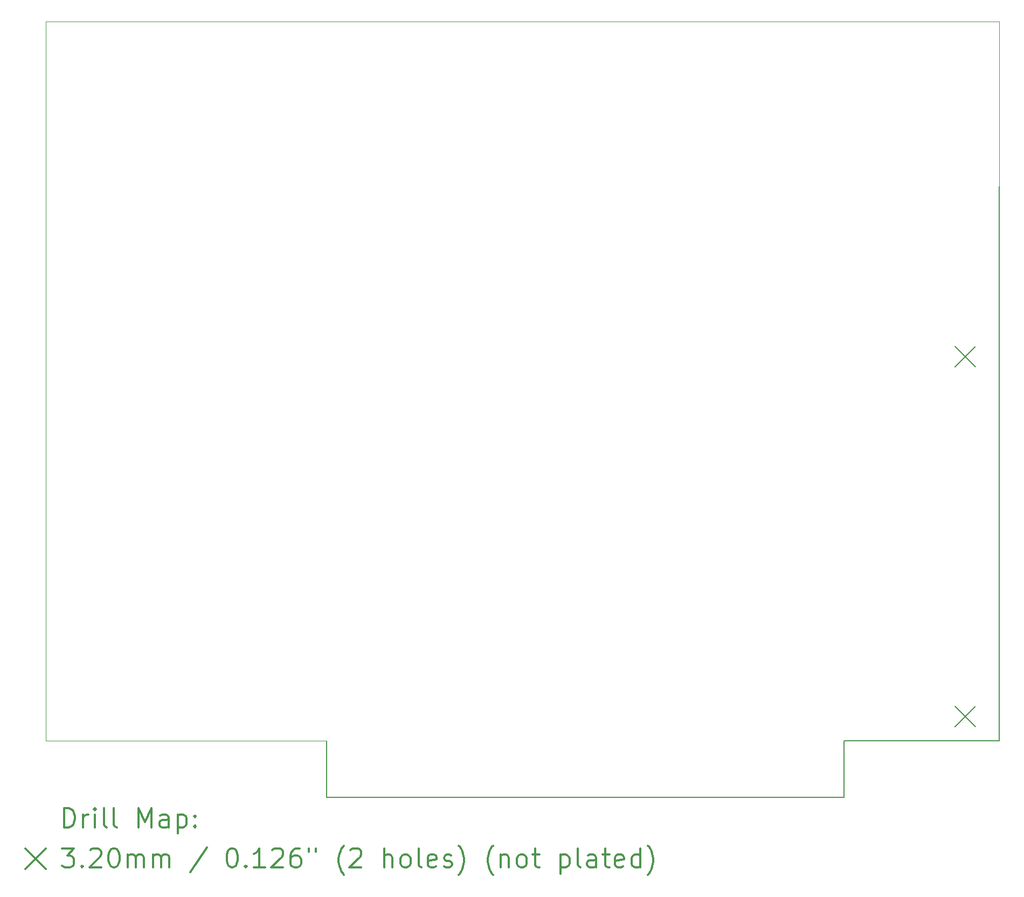
<source format=gbr>
%FSLAX45Y45*%
G04 Gerber Fmt 4.5, Leading zero omitted, Abs format (unit mm)*
G04 Created by KiCad (PCBNEW (5.1.6)-1) date 2022-09-06 14:02:30*
%MOMM*%
%LPD*%
G01*
G04 APERTURE LIST*
%TA.AperFunction,Profile*%
%ADD10C,0.100000*%
%TD*%
%TA.AperFunction,Profile*%
%ADD11C,0.150000*%
%TD*%
%ADD12C,0.200000*%
%ADD13C,0.300000*%
G04 APERTURE END LIST*
D10*
X21755100Y-3581400D02*
X6781800Y-3581400D01*
X6781800Y-14884400D02*
X6781800Y-3581400D01*
X11188700Y-14884400D02*
X6781800Y-14884400D01*
X21755100Y-6172200D02*
X21755100Y-3581400D01*
D11*
X19316700Y-15773400D02*
X11188700Y-15773400D01*
X19316700Y-15773400D02*
X19316700Y-14884400D01*
X19316700Y-14884400D02*
X21755100Y-14884400D01*
X11188700Y-15773400D02*
X11188700Y-14884400D01*
X21755100Y-14884400D02*
X21755100Y-6172200D01*
D12*
X21061700Y-14343400D02*
X21381700Y-14663400D01*
X21381700Y-14343400D02*
X21061700Y-14663400D01*
X21061700Y-8691900D02*
X21381700Y-9011900D01*
X21381700Y-8691900D02*
X21061700Y-9011900D01*
D13*
X7063228Y-16246614D02*
X7063228Y-15946614D01*
X7134657Y-15946614D01*
X7177514Y-15960900D01*
X7206086Y-15989471D01*
X7220371Y-16018043D01*
X7234657Y-16075186D01*
X7234657Y-16118043D01*
X7220371Y-16175186D01*
X7206086Y-16203757D01*
X7177514Y-16232329D01*
X7134657Y-16246614D01*
X7063228Y-16246614D01*
X7363228Y-16246614D02*
X7363228Y-16046614D01*
X7363228Y-16103757D02*
X7377514Y-16075186D01*
X7391800Y-16060900D01*
X7420371Y-16046614D01*
X7448943Y-16046614D01*
X7548943Y-16246614D02*
X7548943Y-16046614D01*
X7548943Y-15946614D02*
X7534657Y-15960900D01*
X7548943Y-15975186D01*
X7563228Y-15960900D01*
X7548943Y-15946614D01*
X7548943Y-15975186D01*
X7734657Y-16246614D02*
X7706086Y-16232329D01*
X7691800Y-16203757D01*
X7691800Y-15946614D01*
X7891800Y-16246614D02*
X7863228Y-16232329D01*
X7848943Y-16203757D01*
X7848943Y-15946614D01*
X8234657Y-16246614D02*
X8234657Y-15946614D01*
X8334657Y-16160900D01*
X8434657Y-15946614D01*
X8434657Y-16246614D01*
X8706086Y-16246614D02*
X8706086Y-16089471D01*
X8691800Y-16060900D01*
X8663228Y-16046614D01*
X8606086Y-16046614D01*
X8577514Y-16060900D01*
X8706086Y-16232329D02*
X8677514Y-16246614D01*
X8606086Y-16246614D01*
X8577514Y-16232329D01*
X8563228Y-16203757D01*
X8563228Y-16175186D01*
X8577514Y-16146614D01*
X8606086Y-16132329D01*
X8677514Y-16132329D01*
X8706086Y-16118043D01*
X8848943Y-16046614D02*
X8848943Y-16346614D01*
X8848943Y-16060900D02*
X8877514Y-16046614D01*
X8934657Y-16046614D01*
X8963228Y-16060900D01*
X8977514Y-16075186D01*
X8991800Y-16103757D01*
X8991800Y-16189471D01*
X8977514Y-16218043D01*
X8963228Y-16232329D01*
X8934657Y-16246614D01*
X8877514Y-16246614D01*
X8848943Y-16232329D01*
X9120371Y-16218043D02*
X9134657Y-16232329D01*
X9120371Y-16246614D01*
X9106086Y-16232329D01*
X9120371Y-16218043D01*
X9120371Y-16246614D01*
X9120371Y-16060900D02*
X9134657Y-16075186D01*
X9120371Y-16089471D01*
X9106086Y-16075186D01*
X9120371Y-16060900D01*
X9120371Y-16089471D01*
X6456800Y-16580900D02*
X6776800Y-16900900D01*
X6776800Y-16580900D02*
X6456800Y-16900900D01*
X7034657Y-16576614D02*
X7220371Y-16576614D01*
X7120371Y-16690900D01*
X7163228Y-16690900D01*
X7191800Y-16705186D01*
X7206086Y-16719471D01*
X7220371Y-16748043D01*
X7220371Y-16819472D01*
X7206086Y-16848043D01*
X7191800Y-16862329D01*
X7163228Y-16876614D01*
X7077514Y-16876614D01*
X7048943Y-16862329D01*
X7034657Y-16848043D01*
X7348943Y-16848043D02*
X7363228Y-16862329D01*
X7348943Y-16876614D01*
X7334657Y-16862329D01*
X7348943Y-16848043D01*
X7348943Y-16876614D01*
X7477514Y-16605186D02*
X7491800Y-16590900D01*
X7520371Y-16576614D01*
X7591800Y-16576614D01*
X7620371Y-16590900D01*
X7634657Y-16605186D01*
X7648943Y-16633757D01*
X7648943Y-16662329D01*
X7634657Y-16705186D01*
X7463228Y-16876614D01*
X7648943Y-16876614D01*
X7834657Y-16576614D02*
X7863228Y-16576614D01*
X7891800Y-16590900D01*
X7906086Y-16605186D01*
X7920371Y-16633757D01*
X7934657Y-16690900D01*
X7934657Y-16762329D01*
X7920371Y-16819472D01*
X7906086Y-16848043D01*
X7891800Y-16862329D01*
X7863228Y-16876614D01*
X7834657Y-16876614D01*
X7806086Y-16862329D01*
X7791800Y-16848043D01*
X7777514Y-16819472D01*
X7763228Y-16762329D01*
X7763228Y-16690900D01*
X7777514Y-16633757D01*
X7791800Y-16605186D01*
X7806086Y-16590900D01*
X7834657Y-16576614D01*
X8063228Y-16876614D02*
X8063228Y-16676614D01*
X8063228Y-16705186D02*
X8077514Y-16690900D01*
X8106086Y-16676614D01*
X8148943Y-16676614D01*
X8177514Y-16690900D01*
X8191800Y-16719471D01*
X8191800Y-16876614D01*
X8191800Y-16719471D02*
X8206086Y-16690900D01*
X8234657Y-16676614D01*
X8277514Y-16676614D01*
X8306086Y-16690900D01*
X8320371Y-16719471D01*
X8320371Y-16876614D01*
X8463228Y-16876614D02*
X8463228Y-16676614D01*
X8463228Y-16705186D02*
X8477514Y-16690900D01*
X8506086Y-16676614D01*
X8548943Y-16676614D01*
X8577514Y-16690900D01*
X8591800Y-16719471D01*
X8591800Y-16876614D01*
X8591800Y-16719471D02*
X8606086Y-16690900D01*
X8634657Y-16676614D01*
X8677514Y-16676614D01*
X8706086Y-16690900D01*
X8720371Y-16719471D01*
X8720371Y-16876614D01*
X9306086Y-16562329D02*
X9048943Y-16948043D01*
X9691800Y-16576614D02*
X9720371Y-16576614D01*
X9748943Y-16590900D01*
X9763228Y-16605186D01*
X9777514Y-16633757D01*
X9791800Y-16690900D01*
X9791800Y-16762329D01*
X9777514Y-16819472D01*
X9763228Y-16848043D01*
X9748943Y-16862329D01*
X9720371Y-16876614D01*
X9691800Y-16876614D01*
X9663228Y-16862329D01*
X9648943Y-16848043D01*
X9634657Y-16819472D01*
X9620371Y-16762329D01*
X9620371Y-16690900D01*
X9634657Y-16633757D01*
X9648943Y-16605186D01*
X9663228Y-16590900D01*
X9691800Y-16576614D01*
X9920371Y-16848043D02*
X9934657Y-16862329D01*
X9920371Y-16876614D01*
X9906086Y-16862329D01*
X9920371Y-16848043D01*
X9920371Y-16876614D01*
X10220371Y-16876614D02*
X10048943Y-16876614D01*
X10134657Y-16876614D02*
X10134657Y-16576614D01*
X10106086Y-16619471D01*
X10077514Y-16648043D01*
X10048943Y-16662329D01*
X10334657Y-16605186D02*
X10348943Y-16590900D01*
X10377514Y-16576614D01*
X10448943Y-16576614D01*
X10477514Y-16590900D01*
X10491800Y-16605186D01*
X10506086Y-16633757D01*
X10506086Y-16662329D01*
X10491800Y-16705186D01*
X10320371Y-16876614D01*
X10506086Y-16876614D01*
X10763228Y-16576614D02*
X10706086Y-16576614D01*
X10677514Y-16590900D01*
X10663228Y-16605186D01*
X10634657Y-16648043D01*
X10620371Y-16705186D01*
X10620371Y-16819472D01*
X10634657Y-16848043D01*
X10648943Y-16862329D01*
X10677514Y-16876614D01*
X10734657Y-16876614D01*
X10763228Y-16862329D01*
X10777514Y-16848043D01*
X10791800Y-16819472D01*
X10791800Y-16748043D01*
X10777514Y-16719471D01*
X10763228Y-16705186D01*
X10734657Y-16690900D01*
X10677514Y-16690900D01*
X10648943Y-16705186D01*
X10634657Y-16719471D01*
X10620371Y-16748043D01*
X10906086Y-16576614D02*
X10906086Y-16633757D01*
X11020371Y-16576614D02*
X11020371Y-16633757D01*
X11463228Y-16990900D02*
X11448943Y-16976614D01*
X11420371Y-16933757D01*
X11406086Y-16905186D01*
X11391800Y-16862329D01*
X11377514Y-16790900D01*
X11377514Y-16733757D01*
X11391800Y-16662329D01*
X11406086Y-16619471D01*
X11420371Y-16590900D01*
X11448943Y-16548043D01*
X11463228Y-16533757D01*
X11563228Y-16605186D02*
X11577514Y-16590900D01*
X11606086Y-16576614D01*
X11677514Y-16576614D01*
X11706086Y-16590900D01*
X11720371Y-16605186D01*
X11734657Y-16633757D01*
X11734657Y-16662329D01*
X11720371Y-16705186D01*
X11548943Y-16876614D01*
X11734657Y-16876614D01*
X12091800Y-16876614D02*
X12091800Y-16576614D01*
X12220371Y-16876614D02*
X12220371Y-16719471D01*
X12206086Y-16690900D01*
X12177514Y-16676614D01*
X12134657Y-16676614D01*
X12106086Y-16690900D01*
X12091800Y-16705186D01*
X12406086Y-16876614D02*
X12377514Y-16862329D01*
X12363228Y-16848043D01*
X12348943Y-16819472D01*
X12348943Y-16733757D01*
X12363228Y-16705186D01*
X12377514Y-16690900D01*
X12406086Y-16676614D01*
X12448943Y-16676614D01*
X12477514Y-16690900D01*
X12491800Y-16705186D01*
X12506086Y-16733757D01*
X12506086Y-16819472D01*
X12491800Y-16848043D01*
X12477514Y-16862329D01*
X12448943Y-16876614D01*
X12406086Y-16876614D01*
X12677514Y-16876614D02*
X12648943Y-16862329D01*
X12634657Y-16833757D01*
X12634657Y-16576614D01*
X12906086Y-16862329D02*
X12877514Y-16876614D01*
X12820371Y-16876614D01*
X12791800Y-16862329D01*
X12777514Y-16833757D01*
X12777514Y-16719471D01*
X12791800Y-16690900D01*
X12820371Y-16676614D01*
X12877514Y-16676614D01*
X12906086Y-16690900D01*
X12920371Y-16719471D01*
X12920371Y-16748043D01*
X12777514Y-16776614D01*
X13034657Y-16862329D02*
X13063228Y-16876614D01*
X13120371Y-16876614D01*
X13148943Y-16862329D01*
X13163228Y-16833757D01*
X13163228Y-16819472D01*
X13148943Y-16790900D01*
X13120371Y-16776614D01*
X13077514Y-16776614D01*
X13048943Y-16762329D01*
X13034657Y-16733757D01*
X13034657Y-16719471D01*
X13048943Y-16690900D01*
X13077514Y-16676614D01*
X13120371Y-16676614D01*
X13148943Y-16690900D01*
X13263228Y-16990900D02*
X13277514Y-16976614D01*
X13306086Y-16933757D01*
X13320371Y-16905186D01*
X13334657Y-16862329D01*
X13348943Y-16790900D01*
X13348943Y-16733757D01*
X13334657Y-16662329D01*
X13320371Y-16619471D01*
X13306086Y-16590900D01*
X13277514Y-16548043D01*
X13263228Y-16533757D01*
X13806086Y-16990900D02*
X13791800Y-16976614D01*
X13763228Y-16933757D01*
X13748943Y-16905186D01*
X13734657Y-16862329D01*
X13720371Y-16790900D01*
X13720371Y-16733757D01*
X13734657Y-16662329D01*
X13748943Y-16619471D01*
X13763228Y-16590900D01*
X13791800Y-16548043D01*
X13806086Y-16533757D01*
X13920371Y-16676614D02*
X13920371Y-16876614D01*
X13920371Y-16705186D02*
X13934657Y-16690900D01*
X13963228Y-16676614D01*
X14006086Y-16676614D01*
X14034657Y-16690900D01*
X14048943Y-16719471D01*
X14048943Y-16876614D01*
X14234657Y-16876614D02*
X14206086Y-16862329D01*
X14191800Y-16848043D01*
X14177514Y-16819472D01*
X14177514Y-16733757D01*
X14191800Y-16705186D01*
X14206086Y-16690900D01*
X14234657Y-16676614D01*
X14277514Y-16676614D01*
X14306086Y-16690900D01*
X14320371Y-16705186D01*
X14334657Y-16733757D01*
X14334657Y-16819472D01*
X14320371Y-16848043D01*
X14306086Y-16862329D01*
X14277514Y-16876614D01*
X14234657Y-16876614D01*
X14420371Y-16676614D02*
X14534657Y-16676614D01*
X14463228Y-16576614D02*
X14463228Y-16833757D01*
X14477514Y-16862329D01*
X14506086Y-16876614D01*
X14534657Y-16876614D01*
X14863228Y-16676614D02*
X14863228Y-16976614D01*
X14863228Y-16690900D02*
X14891800Y-16676614D01*
X14948943Y-16676614D01*
X14977514Y-16690900D01*
X14991800Y-16705186D01*
X15006086Y-16733757D01*
X15006086Y-16819472D01*
X14991800Y-16848043D01*
X14977514Y-16862329D01*
X14948943Y-16876614D01*
X14891800Y-16876614D01*
X14863228Y-16862329D01*
X15177514Y-16876614D02*
X15148943Y-16862329D01*
X15134657Y-16833757D01*
X15134657Y-16576614D01*
X15420371Y-16876614D02*
X15420371Y-16719471D01*
X15406086Y-16690900D01*
X15377514Y-16676614D01*
X15320371Y-16676614D01*
X15291800Y-16690900D01*
X15420371Y-16862329D02*
X15391800Y-16876614D01*
X15320371Y-16876614D01*
X15291800Y-16862329D01*
X15277514Y-16833757D01*
X15277514Y-16805186D01*
X15291800Y-16776614D01*
X15320371Y-16762329D01*
X15391800Y-16762329D01*
X15420371Y-16748043D01*
X15520371Y-16676614D02*
X15634657Y-16676614D01*
X15563228Y-16576614D02*
X15563228Y-16833757D01*
X15577514Y-16862329D01*
X15606086Y-16876614D01*
X15634657Y-16876614D01*
X15848943Y-16862329D02*
X15820371Y-16876614D01*
X15763228Y-16876614D01*
X15734657Y-16862329D01*
X15720371Y-16833757D01*
X15720371Y-16719471D01*
X15734657Y-16690900D01*
X15763228Y-16676614D01*
X15820371Y-16676614D01*
X15848943Y-16690900D01*
X15863228Y-16719471D01*
X15863228Y-16748043D01*
X15720371Y-16776614D01*
X16120371Y-16876614D02*
X16120371Y-16576614D01*
X16120371Y-16862329D02*
X16091800Y-16876614D01*
X16034657Y-16876614D01*
X16006086Y-16862329D01*
X15991800Y-16848043D01*
X15977514Y-16819472D01*
X15977514Y-16733757D01*
X15991800Y-16705186D01*
X16006086Y-16690900D01*
X16034657Y-16676614D01*
X16091800Y-16676614D01*
X16120371Y-16690900D01*
X16234657Y-16990900D02*
X16248943Y-16976614D01*
X16277514Y-16933757D01*
X16291800Y-16905186D01*
X16306086Y-16862329D01*
X16320371Y-16790900D01*
X16320371Y-16733757D01*
X16306086Y-16662329D01*
X16291800Y-16619471D01*
X16277514Y-16590900D01*
X16248943Y-16548043D01*
X16234657Y-16533757D01*
M02*

</source>
